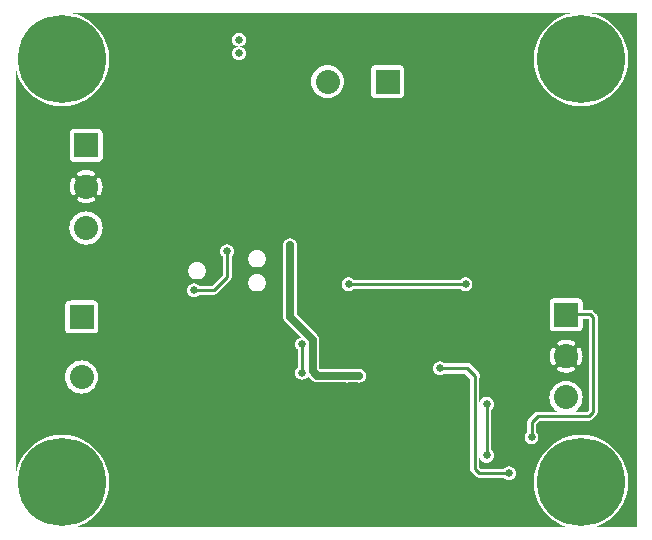
<source format=gbr>
G04 start of page 3 for group 1 idx 1 *
G04 Title: (unknown), solder *
G04 Creator: pcb 4.0.2 *
G04 CreationDate: Mon Feb 22 17:58:17 2021 UTC *
G04 For: ndholmes *
G04 Format: Gerber/RS-274X *
G04 PCB-Dimensions (mil): 2100.00 1750.00 *
G04 PCB-Coordinate-Origin: lower left *
%MOIN*%
%FSLAX25Y25*%
%LNBOTTOM*%
%ADD36C,0.0390*%
%ADD35C,0.0472*%
%ADD34C,0.0480*%
%ADD33C,0.1285*%
%ADD32C,0.0120*%
%ADD31C,0.0260*%
%ADD30C,0.0800*%
%ADD29C,0.2937*%
%ADD28C,0.0100*%
%ADD27C,0.0250*%
%ADD26C,0.0001*%
G54D26*G36*
X189493Y67360D02*X189683Y67439D01*
X189885Y67563D01*
X190064Y67716D01*
X190217Y67896D01*
X190341Y68097D01*
X190431Y68315D01*
X190486Y68545D01*
X190500Y68780D01*
X190496Y71500D01*
X192379D01*
X192500Y71379D01*
Y42000D01*
X189493D01*
Y42026D01*
X189916Y42716D01*
X190247Y43516D01*
X190449Y44358D01*
X190500Y45221D01*
X190449Y46084D01*
X190247Y46926D01*
X189916Y47726D01*
X189493Y48416D01*
Y56145D01*
X189579Y56181D01*
X189679Y56243D01*
X189769Y56319D01*
X189845Y56409D01*
X189905Y56511D01*
X190122Y56980D01*
X190289Y57469D01*
X190409Y57972D01*
X190482Y58484D01*
X190506Y59000D01*
X190482Y59516D01*
X190409Y60028D01*
X190289Y60531D01*
X190122Y61020D01*
X189910Y61492D01*
X189849Y61593D01*
X189772Y61684D01*
X189682Y61761D01*
X189581Y61823D01*
X189493Y61860D01*
Y67360D01*
G37*
G36*
Y42000D02*X189477D01*
X189493Y42026D01*
Y42000D01*
G37*
G36*
X185002Y67287D02*X189236Y67294D01*
X189465Y67349D01*
X189493Y67360D01*
Y61860D01*
X189471Y61869D01*
X189356Y61897D01*
X189237Y61906D01*
X189119Y61897D01*
X189003Y61870D01*
X188894Y61824D01*
X188792Y61762D01*
X188702Y61686D01*
X188624Y61595D01*
X188562Y61494D01*
X188517Y61385D01*
X188489Y61269D01*
X188479Y61151D01*
X188488Y61032D01*
X188516Y60917D01*
X188563Y60808D01*
X188721Y60468D01*
X188842Y60112D01*
X188930Y59747D01*
X188983Y59375D01*
X189000Y59000D01*
X188983Y58625D01*
X188930Y58253D01*
X188842Y57888D01*
X188721Y57532D01*
X188567Y57190D01*
X188520Y57082D01*
X188493Y56967D01*
X188484Y56849D01*
X188493Y56732D01*
X188521Y56617D01*
X188566Y56508D01*
X188628Y56407D01*
X188705Y56318D01*
X188795Y56241D01*
X188896Y56180D01*
X189005Y56135D01*
X189119Y56107D01*
X189237Y56098D01*
X189355Y56108D01*
X189470Y56135D01*
X189493Y56145D01*
Y48416D01*
X189463Y48464D01*
X188901Y49122D01*
X188243Y49684D01*
X187505Y50137D01*
X186705Y50468D01*
X185863Y50670D01*
X185002Y50738D01*
Y53494D01*
X185517Y53518D01*
X186028Y53591D01*
X186531Y53711D01*
X187020Y53878D01*
X187492Y54090D01*
X187594Y54151D01*
X187684Y54228D01*
X187761Y54318D01*
X187823Y54420D01*
X187869Y54529D01*
X187897Y54645D01*
X187906Y54763D01*
X187897Y54881D01*
X187870Y54997D01*
X187825Y55107D01*
X187763Y55208D01*
X187686Y55298D01*
X187596Y55376D01*
X187494Y55438D01*
X187385Y55484D01*
X187269Y55511D01*
X187151Y55521D01*
X187033Y55512D01*
X186917Y55484D01*
X186808Y55437D01*
X186468Y55279D01*
X186112Y55158D01*
X185747Y55070D01*
X185375Y55018D01*
X185002Y55000D01*
Y63000D01*
X185375Y62982D01*
X185747Y62930D01*
X186112Y62842D01*
X186468Y62721D01*
X186810Y62567D01*
X186918Y62520D01*
X187033Y62493D01*
X187151Y62483D01*
X187269Y62493D01*
X187383Y62521D01*
X187492Y62566D01*
X187593Y62628D01*
X187683Y62705D01*
X187759Y62795D01*
X187821Y62895D01*
X187866Y63004D01*
X187893Y63119D01*
X187902Y63237D01*
X187893Y63355D01*
X187865Y63469D01*
X187819Y63578D01*
X187758Y63679D01*
X187681Y63769D01*
X187591Y63845D01*
X187489Y63905D01*
X187020Y64122D01*
X186531Y64289D01*
X186028Y64409D01*
X185517Y64482D01*
X185002Y64506D01*
Y67287D01*
G37*
G36*
Y143094D02*X185138Y143038D01*
X187539Y142461D01*
X190000Y142268D01*
X192461Y142461D01*
X194862Y143038D01*
X197142Y143982D01*
X199247Y145272D01*
X201124Y146876D01*
X202728Y148753D01*
X204018Y150858D01*
X204962Y153138D01*
X205539Y155539D01*
X205684Y158000D01*
X205539Y160461D01*
X204962Y162862D01*
X204018Y165142D01*
X202728Y167247D01*
X201124Y169124D01*
X199247Y170728D01*
X197142Y172018D01*
X194862Y172962D01*
X192622Y173500D01*
X208500D01*
Y42000D01*
X195500D01*
Y71941D01*
X195505Y72000D01*
X195486Y72235D01*
X195431Y72465D01*
X195341Y72683D01*
X195217Y72884D01*
X195064Y73064D01*
X195019Y73102D01*
X194102Y74019D01*
X194064Y74064D01*
X193884Y74217D01*
X193683Y74341D01*
X193465Y74431D01*
X193235Y74486D01*
X193000Y74505D01*
X192941Y74500D01*
X190491D01*
X190486Y77015D01*
X190431Y77245D01*
X190341Y77463D01*
X190217Y77664D01*
X190064Y77844D01*
X189885Y77997D01*
X189683Y78121D01*
X189465Y78211D01*
X189236Y78266D01*
X189000Y78280D01*
X185002Y78273D01*
Y143094D01*
G37*
G36*
Y173500D02*X187378D01*
X185138Y172962D01*
X185002Y172906D01*
Y173500D01*
G37*
G36*
X180508Y42026D02*X180523Y42000D01*
X180508D01*
Y42026D01*
G37*
G36*
Y67360D02*X180535Y67349D01*
X180765Y67294D01*
X181000Y67280D01*
X185002Y67287D01*
Y64506D01*
X185000Y64506D01*
X184484Y64482D01*
X183972Y64409D01*
X183469Y64289D01*
X182980Y64122D01*
X182508Y63910D01*
X182407Y63849D01*
X182316Y63772D01*
X182239Y63682D01*
X182177Y63580D01*
X182131Y63471D01*
X182103Y63355D01*
X182094Y63237D01*
X182103Y63119D01*
X182131Y63003D01*
X182176Y62893D01*
X182238Y62792D01*
X182315Y62702D01*
X182405Y62624D01*
X182506Y62562D01*
X182616Y62516D01*
X182731Y62489D01*
X182849Y62479D01*
X182968Y62488D01*
X183083Y62516D01*
X183192Y62563D01*
X183533Y62721D01*
X183888Y62842D01*
X184253Y62930D01*
X184625Y62982D01*
X185000Y63000D01*
X185002Y63000D01*
Y55000D01*
X185000Y55000D01*
X184625Y55018D01*
X184253Y55070D01*
X183888Y55158D01*
X183533Y55279D01*
X183190Y55433D01*
X183082Y55480D01*
X182967Y55507D01*
X182849Y55517D01*
X182732Y55507D01*
X182617Y55479D01*
X182508Y55434D01*
X182407Y55372D01*
X182318Y55295D01*
X182241Y55205D01*
X182180Y55105D01*
X182135Y54996D01*
X182107Y54881D01*
X182098Y54763D01*
X182108Y54645D01*
X182136Y54531D01*
X182181Y54422D01*
X182243Y54321D01*
X182320Y54231D01*
X182409Y54155D01*
X182511Y54095D01*
X182980Y53878D01*
X183469Y53711D01*
X183972Y53591D01*
X184484Y53518D01*
X185000Y53494D01*
X185002Y53494D01*
Y50738D01*
X185000Y50738D01*
X184137Y50670D01*
X183295Y50468D01*
X182496Y50137D01*
X181757Y49684D01*
X181099Y49122D01*
X180537Y48464D01*
X180508Y48416D01*
Y56140D01*
X180529Y56131D01*
X180645Y56103D01*
X180763Y56094D01*
X180882Y56103D01*
X180997Y56130D01*
X181107Y56176D01*
X181208Y56238D01*
X181299Y56314D01*
X181376Y56405D01*
X181438Y56506D01*
X181484Y56615D01*
X181512Y56731D01*
X181521Y56849D01*
X181512Y56968D01*
X181484Y57083D01*
X181437Y57192D01*
X181279Y57532D01*
X181158Y57888D01*
X181071Y58253D01*
X181018Y58625D01*
X181000Y59000D01*
X181018Y59375D01*
X181071Y59747D01*
X181158Y60112D01*
X181279Y60468D01*
X181433Y60810D01*
X181480Y60918D01*
X181508Y61033D01*
X181517Y61151D01*
X181507Y61268D01*
X181479Y61383D01*
X181434Y61492D01*
X181372Y61593D01*
X181295Y61682D01*
X181206Y61759D01*
X181105Y61820D01*
X180996Y61865D01*
X180881Y61893D01*
X180763Y61902D01*
X180645Y61892D01*
X180531Y61865D01*
X180508Y61855D01*
Y67360D01*
G37*
G36*
Y145482D02*X180753Y145272D01*
X182858Y143982D01*
X185002Y143094D01*
Y78273D01*
X180765Y78266D01*
X180535Y78211D01*
X180508Y78200D01*
Y145482D01*
G37*
G36*
Y173500D02*X185002D01*
Y172906D01*
X182858Y172018D01*
X180753Y170728D01*
X180508Y170518D01*
Y173500D01*
G37*
G36*
X131996D02*X180508D01*
Y170518D01*
X178876Y169124D01*
X177272Y167247D01*
X175982Y165142D01*
X175038Y162862D01*
X174461Y160461D01*
X174268Y158000D01*
X174461Y155539D01*
X175038Y153138D01*
X175982Y150858D01*
X177272Y148753D01*
X178876Y146876D01*
X180508Y145482D01*
Y78200D01*
X180317Y78121D01*
X180116Y77997D01*
X179936Y77844D01*
X179783Y77664D01*
X179660Y77463D01*
X179569Y77245D01*
X179514Y77015D01*
X179500Y76780D01*
X179514Y68545D01*
X179569Y68315D01*
X179660Y68097D01*
X179783Y67896D01*
X179936Y67716D01*
X180116Y67563D01*
X180317Y67439D01*
X180508Y67360D01*
Y61855D01*
X180422Y61819D01*
X180321Y61757D01*
X180232Y61681D01*
X180155Y61591D01*
X180096Y61489D01*
X179878Y61020D01*
X179711Y60531D01*
X179591Y60028D01*
X179518Y59516D01*
X179494Y59000D01*
X179518Y58484D01*
X179591Y57972D01*
X179711Y57469D01*
X179878Y56980D01*
X180090Y56508D01*
X180151Y56407D01*
X180228Y56316D01*
X180319Y56239D01*
X180420Y56177D01*
X180508Y56140D01*
Y48416D01*
X180085Y47726D01*
X179753Y46926D01*
X179551Y46084D01*
X179483Y45221D01*
X179551Y44358D01*
X179753Y43516D01*
X180085Y42716D01*
X180508Y42026D01*
Y42000D01*
X160792D01*
X160885Y42225D01*
X160977Y42608D01*
X161000Y43000D01*
X160977Y43392D01*
X160885Y43775D01*
X160734Y44138D01*
X160529Y44474D01*
X160273Y44773D01*
X159974Y45029D01*
X159638Y45234D01*
X159275Y45385D01*
X158892Y45477D01*
X158500Y45508D01*
X158108Y45477D01*
X157725Y45385D01*
X157362Y45234D01*
X157026Y45029D01*
X156727Y44773D01*
X156471Y44474D01*
X156266Y44138D01*
X156115Y43775D01*
X156023Y43392D01*
X156000Y43098D01*
Y51503D01*
X156109Y51680D01*
X156217Y51942D01*
X156283Y52218D01*
X156306Y52500D01*
X156283Y52782D01*
X156217Y53058D01*
X156109Y53320D01*
X155961Y53561D01*
X155773Y53773D01*
X153323Y56223D01*
X153277Y56277D01*
X153061Y56461D01*
X153061Y56461D01*
X152820Y56609D01*
X152558Y56717D01*
X152282Y56783D01*
X152000Y56806D01*
X151929Y56800D01*
X144434D01*
X144356Y56866D01*
X144047Y57056D01*
X143713Y57194D01*
X143361Y57279D01*
X143000Y57307D01*
X142639Y57279D01*
X142287Y57194D01*
X141953Y57056D01*
X141644Y56866D01*
X141369Y56631D01*
X141134Y56356D01*
X140944Y56047D01*
X140806Y55713D01*
X140721Y55361D01*
X140693Y55000D01*
X140721Y54639D01*
X140806Y54287D01*
X140944Y53953D01*
X141134Y53644D01*
X141369Y53369D01*
X141644Y53134D01*
X141953Y52944D01*
X142287Y52806D01*
X142639Y52721D01*
X143000Y52693D01*
X143361Y52721D01*
X143713Y52806D01*
X144047Y52944D01*
X144356Y53134D01*
X144434Y53200D01*
X151254D01*
X153000Y51454D01*
Y42000D01*
X131996D01*
Y81500D01*
X149756D01*
X149869Y81369D01*
X150144Y81134D01*
X150453Y80944D01*
X150787Y80806D01*
X151139Y80721D01*
X151500Y80693D01*
X151861Y80721D01*
X152213Y80806D01*
X152547Y80944D01*
X152856Y81134D01*
X153131Y81369D01*
X153366Y81644D01*
X153556Y81953D01*
X153694Y82287D01*
X153779Y82639D01*
X153800Y83000D01*
X153779Y83361D01*
X153694Y83713D01*
X153556Y84047D01*
X153366Y84356D01*
X153131Y84631D01*
X152856Y84866D01*
X152547Y85056D01*
X152213Y85194D01*
X151861Y85279D01*
X151500Y85307D01*
X151139Y85279D01*
X150787Y85194D01*
X150453Y85056D01*
X150144Y84866D01*
X149869Y84631D01*
X149756Y84500D01*
X131996D01*
Y173500D01*
G37*
G36*
X125500Y81500D02*X131996D01*
Y42000D01*
X125500D01*
Y81500D01*
G37*
G36*
Y173500D02*X131996D01*
Y84500D01*
X125500D01*
Y145007D01*
X129735Y145014D01*
X129965Y145069D01*
X130183Y145159D01*
X130384Y145283D01*
X130564Y145436D01*
X130717Y145616D01*
X130841Y145817D01*
X130931Y146035D01*
X130986Y146265D01*
X131000Y146500D01*
X130986Y154735D01*
X130931Y154965D01*
X130841Y155183D01*
X130717Y155384D01*
X130564Y155564D01*
X130384Y155717D01*
X130183Y155841D01*
X129965Y155931D01*
X129735Y155986D01*
X129500Y156000D01*
X125500Y155993D01*
Y173500D01*
G37*
G36*
X104496D02*X125500D01*
Y155993D01*
X121265Y155986D01*
X121035Y155931D01*
X120817Y155841D01*
X120616Y155717D01*
X120436Y155564D01*
X120283Y155384D01*
X120159Y155183D01*
X120069Y154965D01*
X120014Y154735D01*
X120000Y154500D01*
X120014Y146265D01*
X120069Y146035D01*
X120159Y145817D01*
X120283Y145616D01*
X120436Y145436D01*
X120616Y145283D01*
X120817Y145159D01*
X121035Y145069D01*
X121265Y145014D01*
X121500Y145000D01*
X125500Y145007D01*
Y84500D01*
X114244D01*
X114131Y84631D01*
X113856Y84866D01*
X113547Y85056D01*
X113213Y85194D01*
X112861Y85279D01*
X112500Y85307D01*
X112139Y85279D01*
X111787Y85194D01*
X111453Y85056D01*
X111144Y84866D01*
X110869Y84631D01*
X110634Y84356D01*
X110444Y84047D01*
X110306Y83713D01*
X110221Y83361D01*
X110193Y83000D01*
X110221Y82639D01*
X110306Y82287D01*
X110444Y81953D01*
X110634Y81644D01*
X110869Y81369D01*
X111144Y81134D01*
X111453Y80944D01*
X111787Y80806D01*
X112139Y80721D01*
X112500Y80693D01*
X112861Y80721D01*
X113213Y80806D01*
X113547Y80944D01*
X113856Y81134D01*
X114131Y81369D01*
X114244Y81500D01*
X125500D01*
Y42000D01*
X104496D01*
Y50250D01*
X111520D01*
X111639Y50221D01*
X112000Y50193D01*
X112361Y50221D01*
X112480Y50250D01*
X115520D01*
X115639Y50221D01*
X116000Y50193D01*
X116361Y50221D01*
X116713Y50306D01*
X117047Y50444D01*
X117356Y50634D01*
X117631Y50869D01*
X117866Y51144D01*
X118056Y51453D01*
X118194Y51787D01*
X118279Y52139D01*
X118300Y52500D01*
X118279Y52861D01*
X118194Y53213D01*
X118056Y53547D01*
X117866Y53856D01*
X117631Y54131D01*
X117356Y54366D01*
X117047Y54556D01*
X116713Y54694D01*
X116361Y54779D01*
X116000Y54807D01*
X115639Y54779D01*
X115520Y54750D01*
X112480D01*
X112361Y54779D01*
X112000Y54807D01*
X111639Y54779D01*
X111520Y54750D01*
X104496D01*
Y145085D01*
X104637Y145051D01*
X105500Y144983D01*
X106363Y145051D01*
X107205Y145253D01*
X108005Y145584D01*
X108743Y146037D01*
X109401Y146599D01*
X109963Y147257D01*
X110416Y147995D01*
X110747Y148795D01*
X110949Y149637D01*
X111000Y150500D01*
X110949Y151363D01*
X110747Y152205D01*
X110416Y153005D01*
X109963Y153743D01*
X109401Y154401D01*
X108743Y154963D01*
X108005Y155416D01*
X107205Y155747D01*
X106363Y155949D01*
X105500Y156017D01*
X104637Y155949D01*
X104496Y155915D01*
Y173500D01*
G37*
G36*
X81995D02*X104496D01*
Y155915D01*
X103795Y155747D01*
X102995Y155416D01*
X102257Y154963D01*
X101599Y154401D01*
X101037Y153743D01*
X100584Y153005D01*
X100253Y152205D01*
X100051Y151363D01*
X99983Y150500D01*
X100051Y149637D01*
X100253Y148795D01*
X100584Y147995D01*
X101037Y147257D01*
X101599Y146599D01*
X102257Y146037D01*
X102995Y145584D01*
X103795Y145253D01*
X104496Y145085D01*
Y54750D01*
X102932D01*
X102750Y54932D01*
Y64412D01*
X102757Y64500D01*
X102729Y64853D01*
X102646Y65197D01*
X102607Y65293D01*
X102511Y65525D01*
X102396Y65712D01*
X102326Y65827D01*
X102326Y65827D01*
X102096Y66096D01*
X102029Y66153D01*
X95250Y72932D01*
Y91520D01*
X95279Y91639D01*
X95300Y92000D01*
X95279Y92361D01*
X95250Y92480D01*
Y95520D01*
X95279Y95639D01*
X95300Y96000D01*
X95279Y96361D01*
X95194Y96713D01*
X95056Y97047D01*
X94866Y97356D01*
X94631Y97631D01*
X94356Y97866D01*
X94047Y98056D01*
X93713Y98194D01*
X93361Y98279D01*
X93000Y98307D01*
X92639Y98279D01*
X92287Y98194D01*
X91953Y98056D01*
X91644Y97866D01*
X91369Y97631D01*
X91134Y97356D01*
X90944Y97047D01*
X90806Y96713D01*
X90721Y96361D01*
X90693Y96000D01*
X90721Y95639D01*
X90750Y95520D01*
Y92480D01*
X90721Y92361D01*
X90693Y92000D01*
X90721Y91639D01*
X90750Y91520D01*
Y72088D01*
X90743Y72000D01*
X90771Y71647D01*
Y71647D01*
X90854Y71303D01*
X90989Y70975D01*
X91059Y70861D01*
X91174Y70673D01*
X91174Y70673D01*
X91404Y70404D01*
X91471Y70347D01*
X96559Y65259D01*
X96287Y65194D01*
X95953Y65056D01*
X95644Y64866D01*
X95369Y64631D01*
X95134Y64356D01*
X94944Y64047D01*
X94806Y63713D01*
X94721Y63361D01*
X94693Y63000D01*
X94721Y62639D01*
X94806Y62287D01*
X94944Y61953D01*
X95134Y61644D01*
X95369Y61369D01*
X95500Y61256D01*
Y55244D01*
X95369Y55131D01*
X95134Y54856D01*
X94944Y54547D01*
X94806Y54213D01*
X94721Y53861D01*
X94693Y53500D01*
X94721Y53139D01*
X94806Y52787D01*
X94944Y52453D01*
X95134Y52144D01*
X95369Y51869D01*
X95644Y51634D01*
X95953Y51444D01*
X96287Y51306D01*
X96639Y51221D01*
X97000Y51193D01*
X97361Y51221D01*
X97713Y51306D01*
X98047Y51444D01*
X98356Y51634D01*
X98631Y51869D01*
X98866Y52144D01*
X98983Y52335D01*
X100347Y50971D01*
X100404Y50904D01*
X100673Y50674D01*
X100673Y50674D01*
X100861Y50559D01*
X100975Y50489D01*
X101303Y50354D01*
X101647Y50271D01*
X101647D01*
X102000Y50243D01*
X102088Y50250D01*
X104496D01*
Y42000D01*
X81995D01*
Y80541D01*
X82000Y80541D01*
X82463Y80577D01*
X82914Y80686D01*
X83343Y80863D01*
X83739Y81106D01*
X84092Y81408D01*
X84394Y81761D01*
X84637Y82157D01*
X84814Y82586D01*
X84923Y83037D01*
X84950Y83500D01*
X84923Y83963D01*
X84814Y84414D01*
X84637Y84843D01*
X84394Y85239D01*
X84092Y85592D01*
X83739Y85894D01*
X83343Y86137D01*
X82914Y86314D01*
X82463Y86423D01*
X82000Y86459D01*
X81995Y86459D01*
Y88541D01*
X82000Y88541D01*
X82463Y88577D01*
X82914Y88686D01*
X83343Y88863D01*
X83739Y89106D01*
X84092Y89408D01*
X84394Y89761D01*
X84637Y90157D01*
X84814Y90586D01*
X84923Y91037D01*
X84950Y91500D01*
X84923Y91963D01*
X84814Y92414D01*
X84637Y92843D01*
X84394Y93239D01*
X84092Y93592D01*
X83739Y93894D01*
X83343Y94137D01*
X82914Y94314D01*
X82463Y94423D01*
X82000Y94459D01*
X81995Y94459D01*
Y173500D01*
G37*
G36*
X75996D02*X81995D01*
Y94459D01*
X81537Y94423D01*
X81086Y94314D01*
X80657Y94137D01*
X80261Y93894D01*
X79908Y93592D01*
X79606Y93239D01*
X79363Y92843D01*
X79186Y92414D01*
X79077Y91963D01*
X79041Y91500D01*
X79077Y91037D01*
X79186Y90586D01*
X79363Y90157D01*
X79606Y89761D01*
X79908Y89408D01*
X80261Y89106D01*
X80657Y88863D01*
X81086Y88686D01*
X81537Y88577D01*
X81995Y88541D01*
Y86459D01*
X81537Y86423D01*
X81086Y86314D01*
X80657Y86137D01*
X80261Y85894D01*
X79908Y85592D01*
X79606Y85239D01*
X79363Y84843D01*
X79186Y84414D01*
X79077Y83963D01*
X79041Y83500D01*
X79077Y83037D01*
X79186Y82586D01*
X79363Y82157D01*
X79606Y81761D01*
X79908Y81408D01*
X80261Y81106D01*
X80657Y80863D01*
X81086Y80686D01*
X81537Y80577D01*
X81995Y80541D01*
Y42000D01*
X75996D01*
Y157693D01*
X76000Y157693D01*
X76361Y157721D01*
X76713Y157806D01*
X77047Y157944D01*
X77356Y158134D01*
X77631Y158369D01*
X77866Y158644D01*
X78056Y158953D01*
X78194Y159287D01*
X78279Y159639D01*
X78300Y160000D01*
X78279Y160361D01*
X78194Y160713D01*
X78056Y161047D01*
X77866Y161356D01*
X77631Y161631D01*
X77356Y161866D01*
X77047Y162056D01*
X76713Y162194D01*
X76480Y162250D01*
X76713Y162306D01*
X77047Y162444D01*
X77356Y162634D01*
X77631Y162869D01*
X77866Y163144D01*
X78056Y163453D01*
X78194Y163787D01*
X78279Y164139D01*
X78300Y164500D01*
X78279Y164861D01*
X78194Y165213D01*
X78056Y165547D01*
X77866Y165856D01*
X77631Y166131D01*
X77356Y166366D01*
X77047Y166556D01*
X76713Y166694D01*
X76361Y166779D01*
X76000Y166807D01*
X75996Y166807D01*
Y173500D01*
G37*
G36*
X66496D02*X75996D01*
Y166807D01*
X75639Y166779D01*
X75287Y166694D01*
X74953Y166556D01*
X74644Y166366D01*
X74369Y166131D01*
X74134Y165856D01*
X73944Y165547D01*
X73806Y165213D01*
X73721Y164861D01*
X73693Y164500D01*
X73721Y164139D01*
X73806Y163787D01*
X73944Y163453D01*
X74134Y163144D01*
X74369Y162869D01*
X74644Y162634D01*
X74953Y162444D01*
X75287Y162306D01*
X75520Y162250D01*
X75287Y162194D01*
X74953Y162056D01*
X74644Y161866D01*
X74369Y161631D01*
X74134Y161356D01*
X73944Y161047D01*
X73806Y160713D01*
X73721Y160361D01*
X73693Y160000D01*
X73721Y159639D01*
X73806Y159287D01*
X73944Y158953D01*
X74134Y158644D01*
X74369Y158369D01*
X74644Y158134D01*
X74953Y157944D01*
X75287Y157806D01*
X75639Y157721D01*
X75996Y157693D01*
Y42000D01*
X66496D01*
Y79500D01*
X67441D01*
X67500Y79495D01*
X67735Y79514D01*
X67735Y79514D01*
X67965Y79569D01*
X68183Y79659D01*
X68384Y79783D01*
X68564Y79936D01*
X68602Y79981D01*
X73019Y84398D01*
X73064Y84436D01*
X73217Y84615D01*
X73217Y84616D01*
X73341Y84817D01*
X73431Y85035D01*
X73486Y85265D01*
X73505Y85500D01*
X73500Y85559D01*
Y92256D01*
X73631Y92369D01*
X73866Y92644D01*
X74056Y92953D01*
X74194Y93287D01*
X74279Y93639D01*
X74300Y94000D01*
X74279Y94361D01*
X74194Y94713D01*
X74056Y95047D01*
X73866Y95356D01*
X73631Y95631D01*
X73356Y95866D01*
X73047Y96056D01*
X72713Y96194D01*
X72361Y96279D01*
X72000Y96307D01*
X71639Y96279D01*
X71287Y96194D01*
X70953Y96056D01*
X70644Y95866D01*
X70369Y95631D01*
X70134Y95356D01*
X69944Y95047D01*
X69806Y94713D01*
X69721Y94361D01*
X69693Y94000D01*
X69721Y93639D01*
X69806Y93287D01*
X69944Y92953D01*
X70134Y92644D01*
X70369Y92369D01*
X70500Y92256D01*
Y86121D01*
X66879Y82500D01*
X66496D01*
Y173500D01*
G37*
G36*
X61995Y78923D02*X62047Y78944D01*
X62356Y79134D01*
X62631Y79369D01*
X62744Y79500D01*
X66496D01*
Y42000D01*
X61995D01*
Y78923D01*
G37*
G36*
Y173500D02*X66496D01*
Y82500D01*
X62744D01*
X62631Y82631D01*
X62356Y82866D01*
X62047Y83056D01*
X61995Y83077D01*
Y84541D01*
X62000Y84541D01*
X62463Y84577D01*
X62914Y84686D01*
X63343Y84863D01*
X63739Y85106D01*
X64092Y85408D01*
X64394Y85761D01*
X64637Y86157D01*
X64814Y86586D01*
X64923Y87037D01*
X64950Y87500D01*
X64923Y87963D01*
X64814Y88414D01*
X64637Y88843D01*
X64394Y89239D01*
X64092Y89592D01*
X63739Y89894D01*
X63343Y90137D01*
X62914Y90314D01*
X62463Y90423D01*
X62000Y90459D01*
X61995Y90459D01*
Y173500D01*
G37*
G36*
X29493D02*X61995D01*
Y90459D01*
X61537Y90423D01*
X61086Y90314D01*
X60657Y90137D01*
X60261Y89894D01*
X59908Y89592D01*
X59606Y89239D01*
X59363Y88843D01*
X59186Y88414D01*
X59077Y87963D01*
X59041Y87500D01*
X59077Y87037D01*
X59186Y86586D01*
X59363Y86157D01*
X59606Y85761D01*
X59908Y85408D01*
X60261Y85106D01*
X60657Y84863D01*
X61086Y84686D01*
X61537Y84577D01*
X61995Y84541D01*
Y83077D01*
X61713Y83194D01*
X61361Y83279D01*
X61000Y83307D01*
X60639Y83279D01*
X60287Y83194D01*
X59953Y83056D01*
X59644Y82866D01*
X59369Y82631D01*
X59134Y82356D01*
X58944Y82047D01*
X58806Y81713D01*
X58721Y81361D01*
X58693Y81000D01*
X58721Y80639D01*
X58806Y80287D01*
X58944Y79953D01*
X59134Y79644D01*
X59369Y79369D01*
X59644Y79134D01*
X59953Y78944D01*
X60287Y78806D01*
X60639Y78721D01*
X61000Y78693D01*
X61361Y78721D01*
X61713Y78806D01*
X61995Y78923D01*
Y42000D01*
X29493D01*
Y98526D01*
X29916Y99216D01*
X30247Y100016D01*
X30449Y100858D01*
X30500Y101721D01*
X30449Y102584D01*
X30247Y103426D01*
X29916Y104226D01*
X29493Y104916D01*
Y112645D01*
X29578Y112681D01*
X29679Y112743D01*
X29769Y112819D01*
X29845Y112909D01*
X29905Y113011D01*
X30122Y113480D01*
X30289Y113969D01*
X30409Y114472D01*
X30482Y114984D01*
X30506Y115500D01*
X30482Y116016D01*
X30409Y116528D01*
X30289Y117031D01*
X30122Y117520D01*
X29910Y117992D01*
X29849Y118093D01*
X29772Y118184D01*
X29682Y118261D01*
X29580Y118323D01*
X29493Y118360D01*
Y123860D01*
X29683Y123939D01*
X29884Y124063D01*
X30064Y124216D01*
X30217Y124396D01*
X30341Y124597D01*
X30431Y124815D01*
X30486Y125045D01*
X30500Y125280D01*
X30486Y133515D01*
X30431Y133745D01*
X30341Y133963D01*
X30217Y134164D01*
X30064Y134344D01*
X29884Y134497D01*
X29683Y134621D01*
X29493Y134700D01*
Y148477D01*
X29728Y148753D01*
X31018Y150858D01*
X31962Y153138D01*
X32539Y155539D01*
X32684Y158000D01*
X32539Y160461D01*
X31962Y162862D01*
X31018Y165142D01*
X29728Y167247D01*
X29493Y167523D01*
Y173500D01*
G37*
G36*
Y134700D02*X29465Y134711D01*
X29235Y134766D01*
X29000Y134780D01*
X25000Y134773D01*
Y144508D01*
X26247Y145272D01*
X28124Y146876D01*
X29493Y148477D01*
Y134700D01*
G37*
G36*
Y104916D02*X29463Y104964D01*
X28901Y105622D01*
X28243Y106184D01*
X27505Y106637D01*
X26705Y106968D01*
X25863Y107170D01*
X25000Y107238D01*
Y109994D01*
X25516Y110018D01*
X26028Y110091D01*
X26531Y110211D01*
X27020Y110378D01*
X27492Y110590D01*
X27593Y110651D01*
X27684Y110728D01*
X27761Y110818D01*
X27823Y110920D01*
X27869Y111029D01*
X27897Y111145D01*
X27906Y111263D01*
X27897Y111381D01*
X27870Y111497D01*
X27824Y111607D01*
X27762Y111708D01*
X27686Y111798D01*
X27595Y111876D01*
X27494Y111938D01*
X27385Y111984D01*
X27269Y112011D01*
X27151Y112021D01*
X27032Y112012D01*
X26917Y111984D01*
X26808Y111937D01*
X26468Y111779D01*
X26112Y111658D01*
X25747Y111570D01*
X25375Y111518D01*
X25000Y111500D01*
Y119500D01*
X25375Y119482D01*
X25747Y119430D01*
X26112Y119342D01*
X26468Y119221D01*
X26810Y119067D01*
X26918Y119020D01*
X27033Y118993D01*
X27151Y118983D01*
X27268Y118993D01*
X27383Y119021D01*
X27492Y119066D01*
X27593Y119128D01*
X27682Y119205D01*
X27759Y119295D01*
X27820Y119395D01*
X27865Y119504D01*
X27893Y119619D01*
X27902Y119737D01*
X27892Y119855D01*
X27865Y119969D01*
X27819Y120078D01*
X27757Y120179D01*
X27681Y120269D01*
X27591Y120345D01*
X27489Y120405D01*
X27020Y120622D01*
X26531Y120789D01*
X26028Y120909D01*
X25516Y120982D01*
X25000Y121006D01*
Y123787D01*
X29235Y123794D01*
X29465Y123849D01*
X29493Y123860D01*
Y118360D01*
X29471Y118369D01*
X29355Y118397D01*
X29237Y118406D01*
X29119Y118397D01*
X29003Y118370D01*
X28893Y118324D01*
X28792Y118262D01*
X28702Y118186D01*
X28624Y118095D01*
X28562Y117994D01*
X28516Y117885D01*
X28489Y117769D01*
X28479Y117651D01*
X28488Y117532D01*
X28516Y117417D01*
X28563Y117308D01*
X28721Y116968D01*
X28842Y116612D01*
X28930Y116247D01*
X28982Y115875D01*
X29000Y115500D01*
X28982Y115125D01*
X28930Y114753D01*
X28842Y114388D01*
X28721Y114032D01*
X28567Y113690D01*
X28520Y113582D01*
X28493Y113467D01*
X28483Y113349D01*
X28493Y113232D01*
X28521Y113117D01*
X28566Y113008D01*
X28628Y112907D01*
X28705Y112818D01*
X28795Y112741D01*
X28895Y112680D01*
X29004Y112635D01*
X29119Y112607D01*
X29237Y112598D01*
X29355Y112608D01*
X29469Y112635D01*
X29493Y112645D01*
Y104916D01*
G37*
G36*
Y42000D02*X25000D01*
Y46756D01*
X25205Y46805D01*
X26005Y47136D01*
X26743Y47589D01*
X27401Y48151D01*
X27963Y48809D01*
X28416Y49547D01*
X28747Y50347D01*
X28949Y51189D01*
X29000Y52052D01*
X28949Y52915D01*
X28747Y53757D01*
X28416Y54557D01*
X27963Y55295D01*
X27401Y55953D01*
X26743Y56515D01*
X26005Y56968D01*
X25205Y57299D01*
X25000Y57348D01*
Y66561D01*
X27735Y66566D01*
X27965Y66621D01*
X28183Y66711D01*
X28384Y66835D01*
X28564Y66988D01*
X28717Y67168D01*
X28841Y67369D01*
X28931Y67587D01*
X28986Y67817D01*
X29000Y68052D01*
X28986Y76287D01*
X28931Y76517D01*
X28841Y76735D01*
X28717Y76936D01*
X28564Y77116D01*
X28384Y77269D01*
X28183Y77393D01*
X27965Y77483D01*
X27735Y77538D01*
X27500Y77552D01*
X25000Y77548D01*
Y96204D01*
X25863Y96272D01*
X26705Y96474D01*
X27505Y96805D01*
X28243Y97258D01*
X28901Y97820D01*
X29463Y98478D01*
X29493Y98526D01*
Y42000D01*
G37*
G36*
X25000Y173500D02*X29493D01*
Y167523D01*
X28124Y169124D01*
X26247Y170728D01*
X25000Y171492D01*
Y173500D01*
G37*
G36*
X20507Y66554D02*X25000Y66561D01*
Y57348D01*
X24363Y57501D01*
X23500Y57569D01*
X22637Y57501D01*
X21795Y57299D01*
X20995Y56968D01*
X20507Y56669D01*
Y66554D01*
G37*
G36*
Y98526D02*X20537Y98478D01*
X21099Y97820D01*
X21757Y97258D01*
X22495Y96805D01*
X23295Y96474D01*
X24137Y96272D01*
X25000Y96204D01*
Y77548D01*
X20507Y77540D01*
Y98526D01*
G37*
G36*
Y123860D02*X20535Y123849D01*
X20765Y123794D01*
X21000Y123780D01*
X25000Y123787D01*
Y121006D01*
X25000D01*
X24484Y120982D01*
X23972Y120909D01*
X23469Y120789D01*
X22980Y120622D01*
X22508Y120410D01*
X22407Y120349D01*
X22316Y120272D01*
X22239Y120182D01*
X22177Y120080D01*
X22131Y119971D01*
X22103Y119855D01*
X22094Y119737D01*
X22103Y119619D01*
X22130Y119503D01*
X22176Y119393D01*
X22238Y119292D01*
X22314Y119202D01*
X22405Y119124D01*
X22506Y119062D01*
X22615Y119016D01*
X22731Y118989D01*
X22849Y118979D01*
X22968Y118988D01*
X23083Y119016D01*
X23192Y119063D01*
X23532Y119221D01*
X23888Y119342D01*
X24253Y119430D01*
X24625Y119482D01*
X25000Y119500D01*
Y111500D01*
X24625Y111518D01*
X24253Y111570D01*
X23888Y111658D01*
X23532Y111779D01*
X23190Y111933D01*
X23082Y111980D01*
X22967Y112007D01*
X22849Y112017D01*
X22732Y112007D01*
X22617Y111979D01*
X22508Y111934D01*
X22407Y111872D01*
X22318Y111795D01*
X22241Y111705D01*
X22180Y111605D01*
X22135Y111496D01*
X22107Y111381D01*
X22098Y111263D01*
X22108Y111145D01*
X22135Y111031D01*
X22181Y110922D01*
X22243Y110821D01*
X22319Y110731D01*
X22409Y110655D01*
X22511Y110595D01*
X22980Y110378D01*
X23469Y110211D01*
X23972Y110091D01*
X24484Y110018D01*
X25000Y109994D01*
X25000D01*
Y107238D01*
X24137Y107170D01*
X23295Y106968D01*
X22495Y106637D01*
X21757Y106184D01*
X21099Y105622D01*
X20537Y104964D01*
X20507Y104916D01*
Y112640D01*
X20529Y112631D01*
X20645Y112603D01*
X20763Y112594D01*
X20881Y112603D01*
X20997Y112630D01*
X21107Y112676D01*
X21208Y112738D01*
X21298Y112814D01*
X21376Y112905D01*
X21438Y113006D01*
X21484Y113115D01*
X21511Y113231D01*
X21521Y113349D01*
X21512Y113468D01*
X21484Y113583D01*
X21437Y113692D01*
X21279Y114032D01*
X21158Y114388D01*
X21070Y114753D01*
X21018Y115125D01*
X21000Y115500D01*
X21018Y115875D01*
X21070Y116247D01*
X21158Y116612D01*
X21279Y116968D01*
X21433Y117310D01*
X21480Y117418D01*
X21507Y117533D01*
X21517Y117651D01*
X21507Y117768D01*
X21479Y117883D01*
X21434Y117992D01*
X21372Y118093D01*
X21295Y118182D01*
X21205Y118259D01*
X21105Y118320D01*
X20996Y118365D01*
X20881Y118393D01*
X20763Y118402D01*
X20645Y118392D01*
X20531Y118365D01*
X20507Y118355D01*
Y123860D01*
G37*
G36*
Y142713D02*X21862Y143038D01*
X24142Y143982D01*
X25000Y144508D01*
Y134773D01*
X20765Y134766D01*
X20535Y134711D01*
X20507Y134700D01*
Y142713D01*
G37*
G36*
X25000Y42000D02*X20507D01*
Y47435D01*
X20995Y47136D01*
X21795Y46805D01*
X22637Y46603D01*
X23500Y46535D01*
X24363Y46603D01*
X25000Y46756D01*
Y42000D01*
G37*
G36*
X20507D02*X1500D01*
Y155378D01*
X2038Y153138D01*
X2982Y150858D01*
X4272Y148753D01*
X5876Y146876D01*
X7753Y145272D01*
X9858Y143982D01*
X12138Y143038D01*
X14539Y142461D01*
X17000Y142268D01*
X19461Y142461D01*
X20507Y142713D01*
Y134700D01*
X20317Y134621D01*
X20116Y134497D01*
X19936Y134344D01*
X19783Y134164D01*
X19659Y133963D01*
X19569Y133745D01*
X19514Y133515D01*
X19500Y133280D01*
X19514Y125045D01*
X19569Y124815D01*
X19659Y124597D01*
X19783Y124396D01*
X19936Y124216D01*
X20116Y124063D01*
X20317Y123939D01*
X20507Y123860D01*
Y118355D01*
X20422Y118319D01*
X20321Y118257D01*
X20231Y118181D01*
X20155Y118091D01*
X20095Y117989D01*
X19878Y117520D01*
X19711Y117031D01*
X19591Y116528D01*
X19518Y116016D01*
X19494Y115500D01*
X19518Y114984D01*
X19591Y114472D01*
X19711Y113969D01*
X19878Y113480D01*
X20090Y113008D01*
X20151Y112907D01*
X20228Y112816D01*
X20318Y112739D01*
X20420Y112677D01*
X20507Y112640D01*
Y104916D01*
X20084Y104226D01*
X19753Y103426D01*
X19551Y102584D01*
X19483Y101721D01*
X19551Y100858D01*
X19753Y100016D01*
X20084Y99216D01*
X20507Y98526D01*
Y77540D01*
X19265Y77538D01*
X19035Y77483D01*
X18817Y77393D01*
X18616Y77269D01*
X18436Y77116D01*
X18283Y76936D01*
X18159Y76735D01*
X18069Y76517D01*
X18014Y76287D01*
X18000Y76052D01*
X18014Y67817D01*
X18069Y67587D01*
X18159Y67369D01*
X18283Y67168D01*
X18436Y66988D01*
X18616Y66835D01*
X18817Y66711D01*
X19035Y66621D01*
X19265Y66566D01*
X19500Y66552D01*
X20507Y66554D01*
Y56669D01*
X20257Y56515D01*
X19599Y55953D01*
X19037Y55295D01*
X18584Y54557D01*
X18253Y53757D01*
X18051Y52915D01*
X17983Y52052D01*
X18051Y51189D01*
X18253Y50347D01*
X18584Y49547D01*
X19037Y48809D01*
X19599Y48151D01*
X20257Y47589D01*
X20507Y47435D01*
Y42000D01*
G37*
G36*
X19622Y173500D02*X25000D01*
Y171492D01*
X24142Y172018D01*
X21862Y172962D01*
X19622Y173500D01*
G37*
G36*
X189493Y67360D02*X189683Y67439D01*
X189885Y67563D01*
X190064Y67716D01*
X190217Y67896D01*
X190341Y68097D01*
X190431Y68315D01*
X190486Y68545D01*
X190500Y68780D01*
X190496Y71500D01*
X192379D01*
X192500Y71379D01*
Y41121D01*
X191879Y40500D01*
X189493D01*
Y42026D01*
X189916Y42716D01*
X190247Y43516D01*
X190449Y44358D01*
X190500Y45221D01*
X190449Y46084D01*
X190247Y46926D01*
X189916Y47726D01*
X189493Y48416D01*
Y56145D01*
X189579Y56181D01*
X189679Y56243D01*
X189769Y56319D01*
X189845Y56409D01*
X189905Y56511D01*
X190122Y56980D01*
X190289Y57469D01*
X190409Y57972D01*
X190482Y58484D01*
X190506Y59000D01*
X190482Y59516D01*
X190409Y60028D01*
X190289Y60531D01*
X190122Y61020D01*
X189910Y61492D01*
X189849Y61593D01*
X189772Y61684D01*
X189682Y61761D01*
X189581Y61823D01*
X189493Y61860D01*
Y67360D01*
G37*
G36*
Y40500D02*X187822D01*
X188243Y40758D01*
X188901Y41320D01*
X189463Y41978D01*
X189493Y42026D01*
Y40500D01*
G37*
G36*
X183349Y67284D02*X189236Y67294D01*
X189465Y67349D01*
X189493Y67360D01*
Y61860D01*
X189471Y61869D01*
X189356Y61897D01*
X189237Y61906D01*
X189119Y61897D01*
X189003Y61870D01*
X188894Y61824D01*
X188792Y61762D01*
X188702Y61686D01*
X188624Y61595D01*
X188562Y61494D01*
X188517Y61385D01*
X188489Y61269D01*
X188479Y61151D01*
X188488Y61032D01*
X188516Y60917D01*
X188563Y60808D01*
X188721Y60468D01*
X188842Y60112D01*
X188930Y59747D01*
X188983Y59375D01*
X189000Y59000D01*
X188983Y58625D01*
X188930Y58253D01*
X188842Y57888D01*
X188721Y57532D01*
X188567Y57190D01*
X188520Y57082D01*
X188493Y56967D01*
X188484Y56849D01*
X188493Y56732D01*
X188521Y56617D01*
X188566Y56508D01*
X188628Y56407D01*
X188705Y56318D01*
X188795Y56241D01*
X188896Y56180D01*
X189005Y56135D01*
X189119Y56107D01*
X189237Y56098D01*
X189355Y56108D01*
X189470Y56135D01*
X189493Y56145D01*
Y48416D01*
X189463Y48464D01*
X188901Y49122D01*
X188243Y49684D01*
X187505Y50137D01*
X186705Y50468D01*
X185863Y50670D01*
X185000Y50738D01*
X184137Y50670D01*
X183349Y50481D01*
Y53752D01*
X183469Y53711D01*
X183972Y53591D01*
X184484Y53518D01*
X185000Y53494D01*
X185517Y53518D01*
X186028Y53591D01*
X186531Y53711D01*
X187020Y53878D01*
X187492Y54090D01*
X187594Y54151D01*
X187684Y54228D01*
X187761Y54318D01*
X187823Y54420D01*
X187869Y54529D01*
X187897Y54645D01*
X187906Y54763D01*
X187897Y54881D01*
X187870Y54997D01*
X187825Y55107D01*
X187763Y55208D01*
X187686Y55298D01*
X187596Y55376D01*
X187494Y55438D01*
X187385Y55484D01*
X187269Y55511D01*
X187151Y55521D01*
X187033Y55512D01*
X186917Y55484D01*
X186808Y55437D01*
X186468Y55279D01*
X186112Y55158D01*
X185747Y55070D01*
X185375Y55018D01*
X185000Y55000D01*
X184625Y55018D01*
X184253Y55070D01*
X183888Y55158D01*
X183533Y55279D01*
X183349Y55362D01*
Y62636D01*
X183533Y62721D01*
X183888Y62842D01*
X184253Y62930D01*
X184625Y62982D01*
X185000Y63000D01*
X185375Y62982D01*
X185747Y62930D01*
X186112Y62842D01*
X186468Y62721D01*
X186810Y62567D01*
X186918Y62520D01*
X187033Y62493D01*
X187151Y62483D01*
X187269Y62493D01*
X187383Y62521D01*
X187492Y62566D01*
X187593Y62628D01*
X187683Y62705D01*
X187759Y62795D01*
X187821Y62895D01*
X187866Y63004D01*
X187893Y63119D01*
X187902Y63237D01*
X187893Y63355D01*
X187865Y63469D01*
X187819Y63578D01*
X187758Y63679D01*
X187681Y63769D01*
X187591Y63845D01*
X187489Y63905D01*
X187020Y64122D01*
X186531Y64289D01*
X186028Y64409D01*
X185517Y64482D01*
X185000Y64506D01*
X184484Y64482D01*
X183972Y64409D01*
X183469Y64289D01*
X183349Y64248D01*
Y67284D01*
G37*
G36*
Y2779D02*X185138Y2038D01*
X185295Y2000D01*
X183349D01*
Y2779D01*
G37*
G36*
Y133500D02*X208500D01*
Y2000D01*
X194705D01*
X194862Y2038D01*
X197142Y2982D01*
X199247Y4272D01*
X201124Y5876D01*
X202728Y7753D01*
X204018Y9858D01*
X204962Y12138D01*
X205539Y14539D01*
X205684Y17000D01*
X205539Y19461D01*
X204962Y21862D01*
X204018Y24142D01*
X202728Y26247D01*
X201124Y28124D01*
X199247Y29728D01*
X197142Y31018D01*
X194862Y31962D01*
X192461Y32539D01*
X190000Y32732D01*
X187539Y32539D01*
X185138Y31962D01*
X183349Y31221D01*
Y37500D01*
X192441D01*
X192500Y37495D01*
X192735Y37514D01*
X192735Y37514D01*
X192965Y37569D01*
X193183Y37659D01*
X193384Y37783D01*
X193564Y37936D01*
X193602Y37981D01*
X195019Y39398D01*
X195064Y39436D01*
X195217Y39615D01*
X195217Y39616D01*
X195341Y39817D01*
X195431Y40035D01*
X195486Y40265D01*
X195505Y40500D01*
X195500Y40559D01*
Y71941D01*
X195505Y72000D01*
X195486Y72235D01*
X195431Y72465D01*
X195341Y72683D01*
X195217Y72884D01*
X195064Y73064D01*
X195019Y73102D01*
X194102Y74019D01*
X194064Y74064D01*
X193884Y74217D01*
X193683Y74341D01*
X193465Y74431D01*
X193235Y74486D01*
X193000Y74505D01*
X192941Y74500D01*
X190491D01*
X190486Y77015D01*
X190431Y77245D01*
X190341Y77463D01*
X190217Y77664D01*
X190064Y77844D01*
X189885Y77997D01*
X189683Y78121D01*
X189465Y78211D01*
X189236Y78266D01*
X189000Y78280D01*
X183349Y78270D01*
Y133500D01*
G37*
G36*
X180508Y4482D02*X180753Y4272D01*
X182858Y2982D01*
X183349Y2779D01*
Y2000D01*
X180508D01*
Y4482D01*
G37*
G36*
Y37500D02*X183349D01*
Y31221D01*
X182858Y31018D01*
X180753Y29728D01*
X180508Y29518D01*
Y37500D01*
G37*
G36*
Y42026D02*X180537Y41978D01*
X181099Y41320D01*
X181757Y40758D01*
X182178Y40500D01*
X180508D01*
Y42026D01*
G37*
G36*
Y67360D02*X180535Y67349D01*
X180765Y67294D01*
X181000Y67280D01*
X183349Y67284D01*
Y64248D01*
X182980Y64122D01*
X182508Y63910D01*
X182407Y63849D01*
X182316Y63772D01*
X182239Y63682D01*
X182177Y63580D01*
X182131Y63471D01*
X182103Y63355D01*
X182094Y63237D01*
X182103Y63119D01*
X182131Y63003D01*
X182176Y62893D01*
X182238Y62792D01*
X182315Y62702D01*
X182405Y62624D01*
X182506Y62562D01*
X182616Y62516D01*
X182731Y62489D01*
X182849Y62479D01*
X182968Y62488D01*
X183083Y62516D01*
X183192Y62563D01*
X183349Y62636D01*
Y55362D01*
X183190Y55433D01*
X183082Y55480D01*
X182967Y55507D01*
X182849Y55517D01*
X182732Y55507D01*
X182617Y55479D01*
X182508Y55434D01*
X182407Y55372D01*
X182318Y55295D01*
X182241Y55205D01*
X182180Y55105D01*
X182135Y54996D01*
X182107Y54881D01*
X182098Y54763D01*
X182108Y54645D01*
X182136Y54531D01*
X182181Y54422D01*
X182243Y54321D01*
X182320Y54231D01*
X182409Y54155D01*
X182511Y54095D01*
X182980Y53878D01*
X183349Y53752D01*
Y50481D01*
X183295Y50468D01*
X182496Y50137D01*
X181757Y49684D01*
X181099Y49122D01*
X180537Y48464D01*
X180508Y48416D01*
Y56140D01*
X180529Y56131D01*
X180645Y56103D01*
X180763Y56094D01*
X180882Y56103D01*
X180997Y56130D01*
X181107Y56176D01*
X181208Y56238D01*
X181299Y56314D01*
X181376Y56405D01*
X181438Y56506D01*
X181484Y56615D01*
X181512Y56731D01*
X181521Y56849D01*
X181512Y56968D01*
X181484Y57083D01*
X181437Y57192D01*
X181279Y57532D01*
X181158Y57888D01*
X181071Y58253D01*
X181018Y58625D01*
X181000Y59000D01*
X181018Y59375D01*
X181071Y59747D01*
X181158Y60112D01*
X181279Y60468D01*
X181433Y60810D01*
X181480Y60918D01*
X181508Y61033D01*
X181517Y61151D01*
X181507Y61268D01*
X181479Y61383D01*
X181434Y61492D01*
X181372Y61593D01*
X181295Y61682D01*
X181206Y61759D01*
X181105Y61820D01*
X180996Y61865D01*
X180881Y61893D01*
X180763Y61902D01*
X180645Y61892D01*
X180531Y61865D01*
X180508Y61855D01*
Y67360D01*
G37*
G36*
Y133500D02*X183349D01*
Y78270D01*
X180765Y78266D01*
X180535Y78211D01*
X180508Y78200D01*
Y133500D01*
G37*
G36*
X154496D02*X180508D01*
Y78200D01*
X180317Y78121D01*
X180116Y77997D01*
X179936Y77844D01*
X179783Y77664D01*
X179660Y77463D01*
X179569Y77245D01*
X179514Y77015D01*
X179500Y76780D01*
X179514Y68545D01*
X179569Y68315D01*
X179660Y68097D01*
X179783Y67896D01*
X179936Y67716D01*
X180116Y67563D01*
X180317Y67439D01*
X180508Y67360D01*
Y61855D01*
X180422Y61819D01*
X180321Y61757D01*
X180232Y61681D01*
X180155Y61591D01*
X180096Y61489D01*
X179878Y61020D01*
X179711Y60531D01*
X179591Y60028D01*
X179518Y59516D01*
X179494Y59000D01*
X179518Y58484D01*
X179591Y57972D01*
X179711Y57469D01*
X179878Y56980D01*
X180090Y56508D01*
X180151Y56407D01*
X180228Y56316D01*
X180319Y56239D01*
X180420Y56177D01*
X180508Y56140D01*
Y48416D01*
X180085Y47726D01*
X179753Y46926D01*
X179551Y46084D01*
X179483Y45221D01*
X179551Y44358D01*
X179753Y43516D01*
X180085Y42716D01*
X180508Y42026D01*
Y40500D01*
X175559D01*
X175500Y40505D01*
X175265Y40486D01*
X175035Y40431D01*
X174817Y40341D01*
X174616Y40217D01*
X174615Y40217D01*
X174436Y40064D01*
X174398Y40019D01*
X172481Y38102D01*
X172436Y38064D01*
X172283Y37884D01*
X172159Y37683D01*
X172069Y37465D01*
X172014Y37235D01*
X172014Y37235D01*
X171995Y37000D01*
X172000Y36941D01*
Y33744D01*
X171869Y33631D01*
X171634Y33356D01*
X171444Y33047D01*
X171306Y32713D01*
X171221Y32361D01*
X171193Y32000D01*
X171221Y31639D01*
X171306Y31287D01*
X171444Y30953D01*
X171634Y30644D01*
X171869Y30369D01*
X172144Y30134D01*
X172453Y29944D01*
X172787Y29806D01*
X173139Y29721D01*
X173500Y29693D01*
X173861Y29721D01*
X174213Y29806D01*
X174547Y29944D01*
X174856Y30134D01*
X175131Y30369D01*
X175366Y30644D01*
X175556Y30953D01*
X175694Y31287D01*
X175779Y31639D01*
X175800Y32000D01*
X175779Y32361D01*
X175694Y32713D01*
X175556Y33047D01*
X175366Y33356D01*
X175131Y33631D01*
X175000Y33744D01*
Y36379D01*
X176121Y37500D01*
X180508D01*
Y29518D01*
X178876Y28124D01*
X177272Y26247D01*
X175982Y24142D01*
X175038Y21862D01*
X174461Y19461D01*
X174268Y17000D01*
X174461Y14539D01*
X175038Y12138D01*
X175982Y9858D01*
X177272Y7753D01*
X178876Y5876D01*
X180508Y4482D01*
Y2000D01*
X154496D01*
Y19382D01*
X154898Y18981D01*
X154936Y18936D01*
X155116Y18783D01*
X155317Y18659D01*
X155535Y18569D01*
X155765Y18514D01*
X156000Y18495D01*
X156059Y18500D01*
X164256D01*
X164369Y18369D01*
X164644Y18134D01*
X164953Y17944D01*
X165287Y17806D01*
X165639Y17721D01*
X166000Y17693D01*
X166361Y17721D01*
X166713Y17806D01*
X167047Y17944D01*
X167356Y18134D01*
X167631Y18369D01*
X167866Y18644D01*
X168056Y18953D01*
X168194Y19287D01*
X168279Y19639D01*
X168300Y20000D01*
X168279Y20361D01*
X168194Y20713D01*
X168056Y21047D01*
X167866Y21356D01*
X167631Y21631D01*
X167356Y21866D01*
X167047Y22056D01*
X166713Y22194D01*
X166361Y22279D01*
X166000Y22307D01*
X165639Y22279D01*
X165287Y22194D01*
X164953Y22056D01*
X164644Y21866D01*
X164369Y21631D01*
X164256Y21500D01*
X156621D01*
X156000Y22121D01*
Y25902D01*
X156023Y25608D01*
X156115Y25225D01*
X156266Y24862D01*
X156471Y24526D01*
X156727Y24227D01*
X157026Y23971D01*
X157362Y23766D01*
X157725Y23615D01*
X158108Y23523D01*
X158500Y23492D01*
X158892Y23523D01*
X159275Y23615D01*
X159638Y23766D01*
X159974Y23971D01*
X160273Y24227D01*
X160529Y24526D01*
X160734Y24862D01*
X160885Y25225D01*
X160977Y25608D01*
X161000Y26000D01*
X160977Y26392D01*
X160885Y26775D01*
X160734Y27138D01*
X160529Y27474D01*
X160273Y27773D01*
X160000Y28007D01*
Y40993D01*
X160273Y41227D01*
X160529Y41526D01*
X160734Y41862D01*
X160885Y42225D01*
X160977Y42608D01*
X161000Y43000D01*
X160977Y43392D01*
X160885Y43775D01*
X160734Y44138D01*
X160529Y44474D01*
X160273Y44773D01*
X159974Y45029D01*
X159638Y45234D01*
X159275Y45385D01*
X158892Y45477D01*
X158500Y45508D01*
X158108Y45477D01*
X157725Y45385D01*
X157362Y45234D01*
X157026Y45029D01*
X156727Y44773D01*
X156471Y44474D01*
X156266Y44138D01*
X156115Y43775D01*
X156023Y43392D01*
X156000Y43098D01*
Y51503D01*
X156109Y51680D01*
X156217Y51942D01*
X156283Y52218D01*
X156306Y52500D01*
X156283Y52782D01*
X156217Y53058D01*
X156109Y53320D01*
X155961Y53561D01*
X155773Y53773D01*
X154496Y55049D01*
Y133500D01*
G37*
G36*
X131996D02*X154496D01*
Y55049D01*
X153323Y56223D01*
X153277Y56277D01*
X153061Y56461D01*
X153061Y56461D01*
X152820Y56609D01*
X152558Y56717D01*
X152282Y56783D01*
X152000Y56806D01*
X151929Y56800D01*
X144434D01*
X144356Y56866D01*
X144047Y57056D01*
X143713Y57194D01*
X143361Y57279D01*
X143000Y57307D01*
X142639Y57279D01*
X142287Y57194D01*
X141953Y57056D01*
X141644Y56866D01*
X141369Y56631D01*
X141134Y56356D01*
X140944Y56047D01*
X140806Y55713D01*
X140721Y55361D01*
X140693Y55000D01*
X140721Y54639D01*
X140806Y54287D01*
X140944Y53953D01*
X141134Y53644D01*
X141369Y53369D01*
X141644Y53134D01*
X141953Y52944D01*
X142287Y52806D01*
X142639Y52721D01*
X143000Y52693D01*
X143361Y52721D01*
X143713Y52806D01*
X144047Y52944D01*
X144356Y53134D01*
X144434Y53200D01*
X151254D01*
X153000Y51454D01*
Y21559D01*
X152995Y21500D01*
X153014Y21265D01*
X153069Y21035D01*
X153159Y20817D01*
X153283Y20616D01*
X153436Y20436D01*
X153481Y20398D01*
X154496Y19382D01*
Y2000D01*
X131996D01*
Y81500D01*
X149756D01*
X149869Y81369D01*
X150144Y81134D01*
X150453Y80944D01*
X150787Y80806D01*
X151139Y80721D01*
X151500Y80693D01*
X151861Y80721D01*
X152213Y80806D01*
X152547Y80944D01*
X152856Y81134D01*
X153131Y81369D01*
X153366Y81644D01*
X153556Y81953D01*
X153694Y82287D01*
X153779Y82639D01*
X153800Y83000D01*
X153779Y83361D01*
X153694Y83713D01*
X153556Y84047D01*
X153366Y84356D01*
X153131Y84631D01*
X152856Y84866D01*
X152547Y85056D01*
X152213Y85194D01*
X151861Y85279D01*
X151500Y85307D01*
X151139Y85279D01*
X150787Y85194D01*
X150453Y85056D01*
X150144Y84866D01*
X149869Y84631D01*
X149756Y84500D01*
X131996D01*
Y133500D01*
G37*
G36*
X104496D02*X131996D01*
Y84500D01*
X114244D01*
X114131Y84631D01*
X113856Y84866D01*
X113547Y85056D01*
X113213Y85194D01*
X112861Y85279D01*
X112500Y85307D01*
X112139Y85279D01*
X111787Y85194D01*
X111453Y85056D01*
X111144Y84866D01*
X110869Y84631D01*
X110634Y84356D01*
X110444Y84047D01*
X110306Y83713D01*
X110221Y83361D01*
X110193Y83000D01*
X110221Y82639D01*
X110306Y82287D01*
X110444Y81953D01*
X110634Y81644D01*
X110869Y81369D01*
X111144Y81134D01*
X111453Y80944D01*
X111787Y80806D01*
X112139Y80721D01*
X112500Y80693D01*
X112861Y80721D01*
X113213Y80806D01*
X113547Y80944D01*
X113856Y81134D01*
X114131Y81369D01*
X114244Y81500D01*
X131996D01*
Y2000D01*
X104496D01*
Y50250D01*
X111520D01*
X111639Y50221D01*
X112000Y50193D01*
X112361Y50221D01*
X112480Y50250D01*
X115520D01*
X115639Y50221D01*
X116000Y50193D01*
X116361Y50221D01*
X116713Y50306D01*
X117047Y50444D01*
X117356Y50634D01*
X117631Y50869D01*
X117866Y51144D01*
X118056Y51453D01*
X118194Y51787D01*
X118279Y52139D01*
X118300Y52500D01*
X118279Y52861D01*
X118194Y53213D01*
X118056Y53547D01*
X117866Y53856D01*
X117631Y54131D01*
X117356Y54366D01*
X117047Y54556D01*
X116713Y54694D01*
X116361Y54779D01*
X116000Y54807D01*
X115639Y54779D01*
X115520Y54750D01*
X112480D01*
X112361Y54779D01*
X112000Y54807D01*
X111639Y54779D01*
X111520Y54750D01*
X104496D01*
Y133500D01*
G37*
G36*
X81995D02*X104496D01*
Y54750D01*
X102932D01*
X102750Y54932D01*
Y64412D01*
X102757Y64500D01*
X102729Y64853D01*
X102646Y65197D01*
X102607Y65293D01*
X102511Y65525D01*
X102396Y65712D01*
X102326Y65827D01*
X102326Y65827D01*
X102096Y66096D01*
X102029Y66153D01*
X95250Y72932D01*
Y91520D01*
X95279Y91639D01*
X95300Y92000D01*
X95279Y92361D01*
X95250Y92480D01*
Y95520D01*
X95279Y95639D01*
X95300Y96000D01*
X95279Y96361D01*
X95194Y96713D01*
X95056Y97047D01*
X94866Y97356D01*
X94631Y97631D01*
X94356Y97866D01*
X94047Y98056D01*
X93713Y98194D01*
X93361Y98279D01*
X93000Y98307D01*
X92639Y98279D01*
X92287Y98194D01*
X91953Y98056D01*
X91644Y97866D01*
X91369Y97631D01*
X91134Y97356D01*
X90944Y97047D01*
X90806Y96713D01*
X90721Y96361D01*
X90693Y96000D01*
X90721Y95639D01*
X90750Y95520D01*
Y92480D01*
X90721Y92361D01*
X90693Y92000D01*
X90721Y91639D01*
X90750Y91520D01*
Y72088D01*
X90743Y72000D01*
X90771Y71647D01*
Y71647D01*
X90854Y71303D01*
X90989Y70975D01*
X91059Y70861D01*
X91174Y70673D01*
X91174Y70673D01*
X91404Y70404D01*
X91471Y70347D01*
X96559Y65259D01*
X96287Y65194D01*
X95953Y65056D01*
X95644Y64866D01*
X95369Y64631D01*
X95134Y64356D01*
X94944Y64047D01*
X94806Y63713D01*
X94721Y63361D01*
X94693Y63000D01*
X94721Y62639D01*
X94806Y62287D01*
X94944Y61953D01*
X95134Y61644D01*
X95369Y61369D01*
X95500Y61256D01*
Y55244D01*
X95369Y55131D01*
X95134Y54856D01*
X94944Y54547D01*
X94806Y54213D01*
X94721Y53861D01*
X94693Y53500D01*
X94721Y53139D01*
X94806Y52787D01*
X94944Y52453D01*
X95134Y52144D01*
X95369Y51869D01*
X95644Y51634D01*
X95953Y51444D01*
X96287Y51306D01*
X96639Y51221D01*
X97000Y51193D01*
X97361Y51221D01*
X97713Y51306D01*
X98047Y51444D01*
X98356Y51634D01*
X98631Y51869D01*
X98866Y52144D01*
X98983Y52335D01*
X100347Y50971D01*
X100404Y50904D01*
X100673Y50674D01*
X100673Y50674D01*
X100861Y50559D01*
X100975Y50489D01*
X101303Y50354D01*
X101647Y50271D01*
X101647D01*
X102000Y50243D01*
X102088Y50250D01*
X104496D01*
Y2000D01*
X81995D01*
Y80541D01*
X82000Y80541D01*
X82463Y80577D01*
X82914Y80686D01*
X83343Y80863D01*
X83739Y81106D01*
X84092Y81408D01*
X84394Y81761D01*
X84637Y82157D01*
X84814Y82586D01*
X84923Y83037D01*
X84950Y83500D01*
X84923Y83963D01*
X84814Y84414D01*
X84637Y84843D01*
X84394Y85239D01*
X84092Y85592D01*
X83739Y85894D01*
X83343Y86137D01*
X82914Y86314D01*
X82463Y86423D01*
X82000Y86459D01*
X81995Y86459D01*
Y88541D01*
X82000Y88541D01*
X82463Y88577D01*
X82914Y88686D01*
X83343Y88863D01*
X83739Y89106D01*
X84092Y89408D01*
X84394Y89761D01*
X84637Y90157D01*
X84814Y90586D01*
X84923Y91037D01*
X84950Y91500D01*
X84923Y91963D01*
X84814Y92414D01*
X84637Y92843D01*
X84394Y93239D01*
X84092Y93592D01*
X83739Y93894D01*
X83343Y94137D01*
X82914Y94314D01*
X82463Y94423D01*
X82000Y94459D01*
X81995Y94459D01*
Y133500D01*
G37*
G36*
X66496D02*X81995D01*
Y94459D01*
X81537Y94423D01*
X81086Y94314D01*
X80657Y94137D01*
X80261Y93894D01*
X79908Y93592D01*
X79606Y93239D01*
X79363Y92843D01*
X79186Y92414D01*
X79077Y91963D01*
X79041Y91500D01*
X79077Y91037D01*
X79186Y90586D01*
X79363Y90157D01*
X79606Y89761D01*
X79908Y89408D01*
X80261Y89106D01*
X80657Y88863D01*
X81086Y88686D01*
X81537Y88577D01*
X81995Y88541D01*
Y86459D01*
X81537Y86423D01*
X81086Y86314D01*
X80657Y86137D01*
X80261Y85894D01*
X79908Y85592D01*
X79606Y85239D01*
X79363Y84843D01*
X79186Y84414D01*
X79077Y83963D01*
X79041Y83500D01*
X79077Y83037D01*
X79186Y82586D01*
X79363Y82157D01*
X79606Y81761D01*
X79908Y81408D01*
X80261Y81106D01*
X80657Y80863D01*
X81086Y80686D01*
X81537Y80577D01*
X81995Y80541D01*
Y2000D01*
X66496D01*
Y79500D01*
X67441D01*
X67500Y79495D01*
X67735Y79514D01*
X67735Y79514D01*
X67965Y79569D01*
X68183Y79659D01*
X68384Y79783D01*
X68564Y79936D01*
X68602Y79981D01*
X73019Y84398D01*
X73064Y84436D01*
X73217Y84615D01*
X73217Y84616D01*
X73341Y84817D01*
X73431Y85035D01*
X73486Y85265D01*
X73505Y85500D01*
X73500Y85559D01*
Y92256D01*
X73631Y92369D01*
X73866Y92644D01*
X74056Y92953D01*
X74194Y93287D01*
X74279Y93639D01*
X74300Y94000D01*
X74279Y94361D01*
X74194Y94713D01*
X74056Y95047D01*
X73866Y95356D01*
X73631Y95631D01*
X73356Y95866D01*
X73047Y96056D01*
X72713Y96194D01*
X72361Y96279D01*
X72000Y96307D01*
X71639Y96279D01*
X71287Y96194D01*
X70953Y96056D01*
X70644Y95866D01*
X70369Y95631D01*
X70134Y95356D01*
X69944Y95047D01*
X69806Y94713D01*
X69721Y94361D01*
X69693Y94000D01*
X69721Y93639D01*
X69806Y93287D01*
X69944Y92953D01*
X70134Y92644D01*
X70369Y92369D01*
X70500Y92256D01*
Y86121D01*
X66879Y82500D01*
X66496D01*
Y133500D01*
G37*
G36*
X61995Y78923D02*X62047Y78944D01*
X62356Y79134D01*
X62631Y79369D01*
X62744Y79500D01*
X66496D01*
Y2000D01*
X61995D01*
Y78923D01*
G37*
G36*
Y133500D02*X66496D01*
Y82500D01*
X62744D01*
X62631Y82631D01*
X62356Y82866D01*
X62047Y83056D01*
X61995Y83077D01*
Y84541D01*
X62000Y84541D01*
X62463Y84577D01*
X62914Y84686D01*
X63343Y84863D01*
X63739Y85106D01*
X64092Y85408D01*
X64394Y85761D01*
X64637Y86157D01*
X64814Y86586D01*
X64923Y87037D01*
X64950Y87500D01*
X64923Y87963D01*
X64814Y88414D01*
X64637Y88843D01*
X64394Y89239D01*
X64092Y89592D01*
X63739Y89894D01*
X63343Y90137D01*
X62914Y90314D01*
X62463Y90423D01*
X62000Y90459D01*
X61995Y90459D01*
Y133500D01*
G37*
G36*
X29493Y123860D02*X29683Y123939D01*
X29884Y124063D01*
X30064Y124216D01*
X30217Y124396D01*
X30341Y124597D01*
X30431Y124815D01*
X30486Y125045D01*
X30500Y125280D01*
X30486Y133500D01*
X61995D01*
Y90459D01*
X61537Y90423D01*
X61086Y90314D01*
X60657Y90137D01*
X60261Y89894D01*
X59908Y89592D01*
X59606Y89239D01*
X59363Y88843D01*
X59186Y88414D01*
X59077Y87963D01*
X59041Y87500D01*
X59077Y87037D01*
X59186Y86586D01*
X59363Y86157D01*
X59606Y85761D01*
X59908Y85408D01*
X60261Y85106D01*
X60657Y84863D01*
X61086Y84686D01*
X61537Y84577D01*
X61995Y84541D01*
Y83077D01*
X61713Y83194D01*
X61361Y83279D01*
X61000Y83307D01*
X60639Y83279D01*
X60287Y83194D01*
X59953Y83056D01*
X59644Y82866D01*
X59369Y82631D01*
X59134Y82356D01*
X58944Y82047D01*
X58806Y81713D01*
X58721Y81361D01*
X58693Y81000D01*
X58721Y80639D01*
X58806Y80287D01*
X58944Y79953D01*
X59134Y79644D01*
X59369Y79369D01*
X59644Y79134D01*
X59953Y78944D01*
X60287Y78806D01*
X60639Y78721D01*
X61000Y78693D01*
X61361Y78721D01*
X61713Y78806D01*
X61995Y78923D01*
Y2000D01*
X29493D01*
Y7477D01*
X29728Y7753D01*
X31018Y9858D01*
X31962Y12138D01*
X32539Y14539D01*
X32684Y17000D01*
X32539Y19461D01*
X31962Y21862D01*
X31018Y24142D01*
X29728Y26247D01*
X29493Y26523D01*
Y98526D01*
X29916Y99216D01*
X30247Y100016D01*
X30449Y100858D01*
X30500Y101721D01*
X30449Y102584D01*
X30247Y103426D01*
X29916Y104226D01*
X29493Y104916D01*
Y112645D01*
X29578Y112681D01*
X29679Y112743D01*
X29769Y112819D01*
X29845Y112909D01*
X29905Y113011D01*
X30122Y113480D01*
X30289Y113969D01*
X30409Y114472D01*
X30482Y114984D01*
X30506Y115500D01*
X30482Y116016D01*
X30409Y116528D01*
X30289Y117031D01*
X30122Y117520D01*
X29910Y117992D01*
X29849Y118093D01*
X29772Y118184D01*
X29682Y118261D01*
X29580Y118323D01*
X29493Y118360D01*
Y123860D01*
G37*
G36*
Y26523D02*X28124Y28124D01*
X26247Y29728D01*
X25002Y30491D01*
Y46756D01*
X25205Y46805D01*
X26005Y47136D01*
X26743Y47589D01*
X27401Y48151D01*
X27963Y48809D01*
X28416Y49547D01*
X28747Y50347D01*
X28949Y51189D01*
X29000Y52052D01*
X28949Y52915D01*
X28747Y53757D01*
X28416Y54557D01*
X27963Y55295D01*
X27401Y55953D01*
X26743Y56515D01*
X26005Y56968D01*
X25205Y57299D01*
X25002Y57348D01*
Y66561D01*
X27735Y66566D01*
X27965Y66621D01*
X28183Y66711D01*
X28384Y66835D01*
X28564Y66988D01*
X28717Y67168D01*
X28841Y67369D01*
X28931Y67587D01*
X28986Y67817D01*
X29000Y68052D01*
X28986Y76287D01*
X28931Y76517D01*
X28841Y76735D01*
X28717Y76936D01*
X28564Y77116D01*
X28384Y77269D01*
X28183Y77393D01*
X27965Y77483D01*
X27735Y77538D01*
X27500Y77552D01*
X25002Y77548D01*
Y96204D01*
X25863Y96272D01*
X26705Y96474D01*
X27505Y96805D01*
X28243Y97258D01*
X28901Y97820D01*
X29463Y98478D01*
X29493Y98526D01*
Y26523D01*
G37*
G36*
Y2000D02*X25002D01*
Y3509D01*
X26247Y4272D01*
X28124Y5876D01*
X29493Y7477D01*
Y2000D01*
G37*
G36*
X25002Y123787D02*X29235Y123794D01*
X29465Y123849D01*
X29493Y123860D01*
Y118360D01*
X29471Y118369D01*
X29355Y118397D01*
X29237Y118406D01*
X29119Y118397D01*
X29003Y118370D01*
X28893Y118324D01*
X28792Y118262D01*
X28702Y118186D01*
X28624Y118095D01*
X28562Y117994D01*
X28516Y117885D01*
X28489Y117769D01*
X28479Y117651D01*
X28488Y117532D01*
X28516Y117417D01*
X28563Y117308D01*
X28721Y116968D01*
X28842Y116612D01*
X28930Y116247D01*
X28982Y115875D01*
X29000Y115500D01*
X28982Y115125D01*
X28930Y114753D01*
X28842Y114388D01*
X28721Y114032D01*
X28567Y113690D01*
X28520Y113582D01*
X28493Y113467D01*
X28483Y113349D01*
X28493Y113232D01*
X28521Y113117D01*
X28566Y113008D01*
X28628Y112907D01*
X28705Y112818D01*
X28795Y112741D01*
X28895Y112680D01*
X29004Y112635D01*
X29119Y112607D01*
X29237Y112598D01*
X29355Y112608D01*
X29469Y112635D01*
X29493Y112645D01*
Y104916D01*
X29463Y104964D01*
X28901Y105622D01*
X28243Y106184D01*
X27505Y106637D01*
X26705Y106968D01*
X25863Y107170D01*
X25002Y107238D01*
Y109994D01*
X25516Y110018D01*
X26028Y110091D01*
X26531Y110211D01*
X27020Y110378D01*
X27492Y110590D01*
X27593Y110651D01*
X27684Y110728D01*
X27761Y110818D01*
X27823Y110920D01*
X27869Y111029D01*
X27897Y111145D01*
X27906Y111263D01*
X27897Y111381D01*
X27870Y111497D01*
X27824Y111607D01*
X27762Y111708D01*
X27686Y111798D01*
X27595Y111876D01*
X27494Y111938D01*
X27385Y111984D01*
X27269Y112011D01*
X27151Y112021D01*
X27032Y112012D01*
X26917Y111984D01*
X26808Y111937D01*
X26468Y111779D01*
X26112Y111658D01*
X25747Y111570D01*
X25375Y111518D01*
X25002Y111500D01*
Y119500D01*
X25375Y119482D01*
X25747Y119430D01*
X26112Y119342D01*
X26468Y119221D01*
X26810Y119067D01*
X26918Y119020D01*
X27033Y118993D01*
X27151Y118983D01*
X27268Y118993D01*
X27383Y119021D01*
X27492Y119066D01*
X27593Y119128D01*
X27682Y119205D01*
X27759Y119295D01*
X27820Y119395D01*
X27865Y119504D01*
X27893Y119619D01*
X27902Y119737D01*
X27892Y119855D01*
X27865Y119969D01*
X27819Y120078D01*
X27757Y120179D01*
X27681Y120269D01*
X27591Y120345D01*
X27489Y120405D01*
X27020Y120622D01*
X26531Y120789D01*
X26028Y120909D01*
X25516Y120982D01*
X25002Y121006D01*
Y123787D01*
G37*
G36*
Y2000D02*X21705D01*
X21862Y2038D01*
X24142Y2982D01*
X25002Y3509D01*
Y2000D01*
G37*
G36*
X20507Y47435D02*X20995Y47136D01*
X21795Y46805D01*
X22637Y46603D01*
X23500Y46535D01*
X24363Y46603D01*
X25002Y46756D01*
Y30491D01*
X24142Y31018D01*
X21862Y31962D01*
X20507Y32287D01*
Y47435D01*
G37*
G36*
Y66554D02*X25002Y66561D01*
Y57348D01*
X24363Y57501D01*
X23500Y57569D01*
X22637Y57501D01*
X21795Y57299D01*
X20995Y56968D01*
X20507Y56669D01*
Y66554D01*
G37*
G36*
Y98526D02*X20537Y98478D01*
X21099Y97820D01*
X21757Y97258D01*
X22495Y96805D01*
X23295Y96474D01*
X24137Y96272D01*
X25000Y96204D01*
X25002Y96204D01*
Y77548D01*
X20507Y77540D01*
Y98526D01*
G37*
G36*
Y123860D02*X20535Y123849D01*
X20765Y123794D01*
X21000Y123780D01*
X25002Y123787D01*
Y121006D01*
X25000Y121006D01*
X24484Y120982D01*
X23972Y120909D01*
X23469Y120789D01*
X22980Y120622D01*
X22508Y120410D01*
X22407Y120349D01*
X22316Y120272D01*
X22239Y120182D01*
X22177Y120080D01*
X22131Y119971D01*
X22103Y119855D01*
X22094Y119737D01*
X22103Y119619D01*
X22130Y119503D01*
X22176Y119393D01*
X22238Y119292D01*
X22314Y119202D01*
X22405Y119124D01*
X22506Y119062D01*
X22615Y119016D01*
X22731Y118989D01*
X22849Y118979D01*
X22968Y118988D01*
X23083Y119016D01*
X23192Y119063D01*
X23532Y119221D01*
X23888Y119342D01*
X24253Y119430D01*
X24625Y119482D01*
X25000Y119500D01*
X25002Y119500D01*
Y111500D01*
X25000Y111500D01*
X24625Y111518D01*
X24253Y111570D01*
X23888Y111658D01*
X23532Y111779D01*
X23190Y111933D01*
X23082Y111980D01*
X22967Y112007D01*
X22849Y112017D01*
X22732Y112007D01*
X22617Y111979D01*
X22508Y111934D01*
X22407Y111872D01*
X22318Y111795D01*
X22241Y111705D01*
X22180Y111605D01*
X22135Y111496D01*
X22107Y111381D01*
X22098Y111263D01*
X22108Y111145D01*
X22135Y111031D01*
X22181Y110922D01*
X22243Y110821D01*
X22319Y110731D01*
X22409Y110655D01*
X22511Y110595D01*
X22980Y110378D01*
X23469Y110211D01*
X23972Y110091D01*
X24484Y110018D01*
X25000Y109994D01*
X25002Y109994D01*
Y107238D01*
X25000Y107238D01*
X24137Y107170D01*
X23295Y106968D01*
X22495Y106637D01*
X21757Y106184D01*
X21099Y105622D01*
X20537Y104964D01*
X20507Y104916D01*
Y112640D01*
X20529Y112631D01*
X20645Y112603D01*
X20763Y112594D01*
X20881Y112603D01*
X20997Y112630D01*
X21107Y112676D01*
X21208Y112738D01*
X21298Y112814D01*
X21376Y112905D01*
X21438Y113006D01*
X21484Y113115D01*
X21511Y113231D01*
X21521Y113349D01*
X21512Y113468D01*
X21484Y113583D01*
X21437Y113692D01*
X21279Y114032D01*
X21158Y114388D01*
X21070Y114753D01*
X21018Y115125D01*
X21000Y115500D01*
X21018Y115875D01*
X21070Y116247D01*
X21158Y116612D01*
X21279Y116968D01*
X21433Y117310D01*
X21480Y117418D01*
X21507Y117533D01*
X21517Y117651D01*
X21507Y117768D01*
X21479Y117883D01*
X21434Y117992D01*
X21372Y118093D01*
X21295Y118182D01*
X21205Y118259D01*
X21105Y118320D01*
X20996Y118365D01*
X20881Y118393D01*
X20763Y118402D01*
X20645Y118392D01*
X20531Y118365D01*
X20507Y118355D01*
Y123860D01*
G37*
G36*
X1500Y133500D02*X19513D01*
X19500Y133280D01*
X19514Y125045D01*
X19569Y124815D01*
X19659Y124597D01*
X19783Y124396D01*
X19936Y124216D01*
X20116Y124063D01*
X20317Y123939D01*
X20507Y123860D01*
Y118355D01*
X20422Y118319D01*
X20321Y118257D01*
X20231Y118181D01*
X20155Y118091D01*
X20095Y117989D01*
X19878Y117520D01*
X19711Y117031D01*
X19591Y116528D01*
X19518Y116016D01*
X19494Y115500D01*
X19518Y114984D01*
X19591Y114472D01*
X19711Y113969D01*
X19878Y113480D01*
X20090Y113008D01*
X20151Y112907D01*
X20228Y112816D01*
X20318Y112739D01*
X20420Y112677D01*
X20507Y112640D01*
Y104916D01*
X20084Y104226D01*
X19753Y103426D01*
X19551Y102584D01*
X19483Y101721D01*
X19551Y100858D01*
X19753Y100016D01*
X20084Y99216D01*
X20507Y98526D01*
Y77540D01*
X19265Y77538D01*
X19035Y77483D01*
X18817Y77393D01*
X18616Y77269D01*
X18436Y77116D01*
X18283Y76936D01*
X18159Y76735D01*
X18069Y76517D01*
X18014Y76287D01*
X18000Y76052D01*
X18014Y67817D01*
X18069Y67587D01*
X18159Y67369D01*
X18283Y67168D01*
X18436Y66988D01*
X18616Y66835D01*
X18817Y66711D01*
X19035Y66621D01*
X19265Y66566D01*
X19500Y66552D01*
X20507Y66554D01*
Y56669D01*
X20257Y56515D01*
X19599Y55953D01*
X19037Y55295D01*
X18584Y54557D01*
X18253Y53757D01*
X18051Y52915D01*
X17983Y52052D01*
X18051Y51189D01*
X18253Y50347D01*
X18584Y49547D01*
X19037Y48809D01*
X19599Y48151D01*
X20257Y47589D01*
X20507Y47435D01*
Y32287D01*
X19461Y32539D01*
X17000Y32732D01*
X14539Y32539D01*
X12138Y31962D01*
X9858Y31018D01*
X7753Y29728D01*
X5876Y28124D01*
X4272Y26247D01*
X2982Y24142D01*
X2038Y21862D01*
X1500Y19622D01*
Y133500D01*
G37*
G54D27*X185220Y73000D02*X185000Y72780D01*
G54D28*X143000Y55000D02*X152000D01*
X185500Y73000D02*X185360Y73140D01*
X152000Y55000D02*X154500Y52500D01*
Y21500D01*
X158500Y43000D02*Y26000D01*
X154500Y21500D02*X156000Y20000D01*
X166000D01*
X173500Y32000D02*Y37000D01*
X175500Y39000D01*
X192500D01*
X194000Y40500D01*
Y72000D01*
X193000Y73000D01*
X185500D01*
X151500Y83000D02*X112500D01*
X97000Y53500D02*Y63000D01*
G54D27*X116000Y52500D02*X102000D01*
X100500Y54000D01*
Y64500D01*
G54D28*X61000Y81000D02*X67500D01*
X72000Y85500D01*
Y94000D01*
G54D27*X100500Y64500D02*X93000Y72000D01*
Y96000D01*
G54D29*X190000Y158000D03*
G54D26*G36*
X121500Y154500D02*Y146500D01*
X129500D01*
Y154500D01*
X121500D01*
G37*
G54D30*X105500Y150500D03*
G54D29*X17000Y17000D03*
X190000D03*
X17000Y158000D03*
G54D26*G36*
X21000Y133280D02*Y125280D01*
X29000D01*
Y133280D01*
X21000D01*
G37*
G54D30*X25000Y115500D03*
Y101721D03*
G54D26*G36*
X19500Y76052D02*Y68052D01*
X27500D01*
Y76052D01*
X19500D01*
G37*
G54D30*X23500Y52052D03*
G54D26*G36*
X181000Y76780D02*Y68780D01*
X189000D01*
Y76780D01*
X181000D01*
G37*
G54D30*X185000Y59000D03*
Y45221D03*
G54D31*X45500Y118500D03*
Y122500D03*
X47500Y128000D03*
X51500Y113000D03*
X47500D03*
X77000Y95500D03*
X72000Y94000D03*
X61000Y81000D03*
X79000Y120500D03*
X74000D03*
X85000Y115000D03*
X93000Y96000D03*
Y92000D03*
X123500Y128500D03*
X128500D03*
X123000Y92000D03*
X128000D03*
X112500Y83000D03*
X151500D03*
X51500Y128000D03*
X76000Y164500D03*
Y160000D03*
X65000Y164500D03*
Y160000D03*
X187000Y131500D03*
Y101500D03*
Y111500D03*
Y121500D03*
X68500Y71500D03*
X97000Y63000D03*
Y53500D03*
X86000Y27000D03*
X158500Y26000D03*
X146500Y21500D03*
Y18000D03*
X166000Y20000D03*
X112000Y52500D03*
X116000D03*
X143000Y55000D03*
X173500Y32000D03*
X158500Y43000D03*
G54D32*G54D33*G54D34*G54D33*G54D35*G54D34*G54D36*G54D35*M02*

</source>
